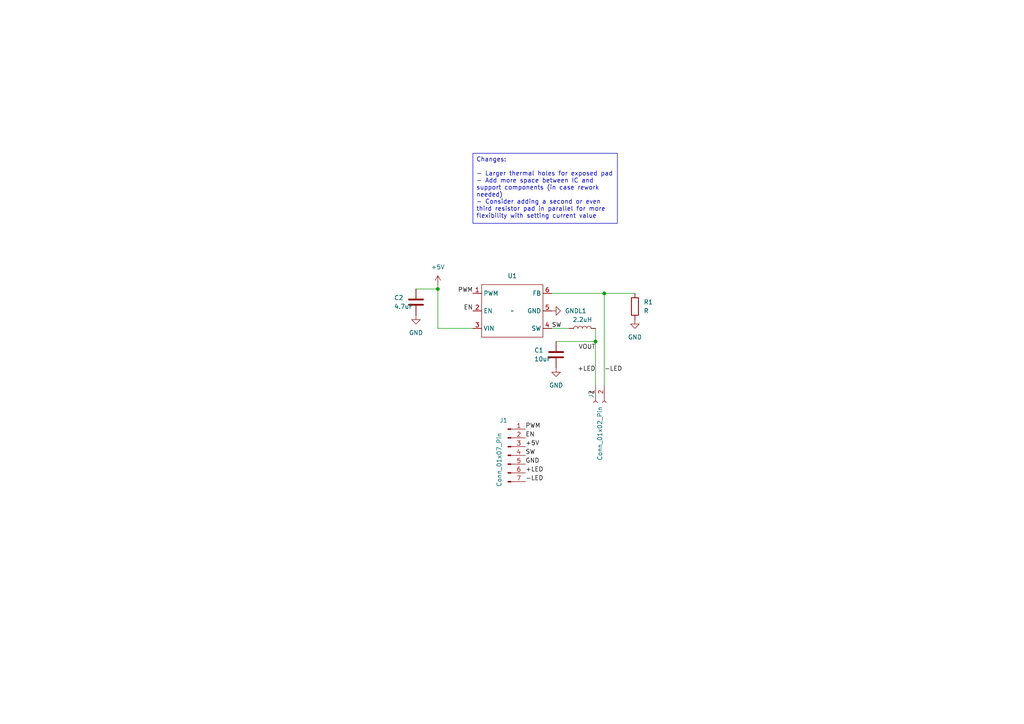
<source format=kicad_sch>
(kicad_sch (version 20230121) (generator eeschema)
  (paper "A4")
  (lib_symbols
    (symbol "Connector:Conn_01x02_Socket" (pin_names (offset 1.016) hide)
      (property "Reference" "J" (at 0 2.54 0))
      (property "Value" "Conn_01x02_Socket" (at 0 -5.08 0))
      (symbol "Conn_01x02_Socket_1_1"
        (arc (start 0 -2.032) (mid -0.5058 -2.54) (end 0 -3.048) (stroke (width 0.1524)))
        (polyline (pts (xy -1.27 -2.54) (xy -0.508 -2.54)) (stroke (width 0.1524)))
        (polyline (pts (xy -1.27 0) (xy -0.508 0)) (stroke (width 0.1524)))
        (arc (start 0 0.508) (mid -0.5058 0) (end 0 -0.508) (stroke (width 0.1524)))
        (pin passive line (at -5.08 0 0) (length 3.81) (name "Pin_1") (number "1"))
        (pin passive line (at -5.08 -2.54 0) (length 3.81) (name "Pin_2") (number "2"))
      )
    )
    (symbol "Connector:Conn_01x07_Pin" (pin_names (offset 1.016) hide)
      (property "Reference" "J" (at 0 10.16 0))
      (property "Value" "Conn_01x07_Pin" (at 0 -10.16 0))
      (symbol "Conn_01x07_Pin_1_1"
        (polyline (pts (xy 1.27 -7.62) (xy 0.8636 -7.62)) (stroke (width 0.1524)))
        (polyline (pts (xy 1.27 -5.08) (xy 0.8636 -5.08)) (stroke (width 0.1524)))
        (polyline (pts (xy 1.27 -2.54) (xy 0.8636 -2.54)) (stroke (width 0.1524)))
        (polyline (pts (xy 1.27 0) (xy 0.8636 0)) (stroke (width 0.1524)))
        (polyline (pts (xy 1.27 2.54) (xy 0.8636 2.54)) (stroke (width 0.1524)))
        (polyline (pts (xy 1.27 5.08) (xy 0.8636 5.08)) (stroke (width 0.1524)))
        (polyline (pts (xy 1.27 7.62) (xy 0.8636 7.62)) (stroke (width 0.1524)))
        (rectangle (start 0.8636 -7.493) (end 0 -7.747) (stroke (width 0.1524)) (fill (type outline)))
        (rectangle (start 0.8636 -4.953) (end 0 -5.207) (stroke (width 0.1524)) (fill (type outline)))
        (rectangle (start 0.8636 -2.413) (end 0 -2.667) (stroke (width 0.1524)) (fill (type outline)))
        (rectangle (start 0.8636 0.127) (end 0 -0.127) (stroke (width 0.1524)) (fill (type outline)))
        (rectangle (start 0.8636 2.667) (end 0 2.413) (stroke (width 0.1524)) (fill (type outline)))
        (rectangle (start 0.8636 5.207) (end 0 4.953) (stroke (width 0.1524)) (fill (type outline)))
        (rectangle (start 0.8636 7.747) (end 0 7.493) (stroke (width 0.1524)) (fill (type outline)))
        (pin passive line (at 5.08 7.62 180) (length 3.81) (name "Pin_1") (number "1"))
        (pin passive line (at 5.08 5.08 180) (length 3.81) (name "Pin_2") (number "2"))
        (pin passive line (at 5.08 2.54 180) (length 3.81) (name "Pin_3") (number "3"))
        (pin passive line (at 5.08 0 180) (length 3.81) (name "Pin_4") (number "4"))
        (pin passive line (at 5.08 -2.54 180) (length 3.81) (name "Pin_5") (number "5"))
        (pin passive line (at 5.08 -5.08 180) (length 3.81) (name "Pin_6") (number "6"))
        (pin passive line (at 5.08 -7.62 180) (length 3.81) (name "Pin_7") (number "7"))
      )
    )
    (symbol "Device:C" (pin_numbers hide) (pin_names (offset 0.254))
      (property "Reference" "C" (at 0.635 2.54 0))
      (property "Value" "C" (at 0.635 -2.54 0))
      (symbol "C_0_1"
        (polyline (pts (xy -2.032 -0.762) (xy 2.032 -0.762)) (stroke (width 0.508)))
        (polyline (pts (xy -2.032 0.762) (xy 2.032 0.762)) (stroke (width 0.508)))
      )
      (symbol "C_1_1"
        (pin passive line (at 0 3.81 270) (length 2.794) (name "~") (number "1"))
        (pin passive line (at 0 -3.81 90) (length 2.794) (name "~") (number "2"))
      )
    )
    (symbol "Device:L" (pin_numbers hide) (pin_names (offset 1.016) hide)
      (property "Reference" "L" (at -1.27 0 90))
      (property "Value" "L" (at 1.905 0 90))
      (symbol "L_0_1"
        (arc (start 0 -2.54) (mid 0.6323 -1.905) (end 0 -1.27))
        (arc (start 0 -1.27) (mid 0.6323 -0.635) (end 0 0))
        (arc (start 0 0) (mid 0.6323 0.635) (end 0 1.27))
        (arc (start 0 1.27) (mid 0.6323 1.905) (end 0 2.54))
      )
      (symbol "L_1_1"
        (pin passive line (at 0 3.81 270) (length 1.27) (name "1") (number "1"))
        (pin passive line (at 0 -3.81 90) (length 1.27) (name "2") (number "2"))
      )
    )
    (symbol "Device:R" (pin_numbers hide) (pin_names (offset 0))
      (property "Reference" "R" (at 2.032 0 90))
      (property "Value" "R" (at 0 0 90))
      (symbol "R_0_1"
        (rectangle (start -1.016 -2.54) (end 1.016 2.54) (stroke (width 0.254)))
      )
      (symbol "R_1_1"
        (pin passive line (at 0 3.81 270) (length 1.27) (name "~") (number "1"))
        (pin passive line (at 0 -3.81 90) (length 1.27) (name "~") (number "2"))
      )
    )
    (symbol "Minor_Industries:TPS92201"
      (property "Reference" "U" (at 0 0 0))
      (symbol "TPS92201_0_1"
        (rectangle (start -8.89 7.62) (end 8.89 -7.62))
      )
      (symbol "TPS92201_1_1"
        (pin input line (at -11.43 5.08 0) (length 2.54) (name "PWM") (number "1"))
        (pin input line (at -11.43 0 0) (length 2.54) (name "EN") (number "2"))
        (pin power_in line (at -11.43 -5.08 0) (length 2.54) (name "VIN") (number "3"))
        (pin input line (at 11.43 -5.08 180) (length 2.54) (name "SW") (number "4"))
        (pin power_in line (at 11.43 0 180) (length 2.54) (name "GND") (number "5"))
        (pin power_out line (at 11.43 5.08 180) (length 2.54) (name "FB") (number "6"))
      )
    )
    (symbol "power:+5V" (power) (pin_names (offset 0))
      (property "Value" "+5V" (at 0 3.556 0))
      (symbol "+5V_0_1"
        (polyline (pts (xy -0.762 1.27) (xy 0 2.54)))
        (polyline (pts (xy 0 0) (xy 0 2.54)))
        (polyline (pts (xy 0 2.54) (xy 0.762 1.27)))
      )
      (symbol "+5V_1_1"
        (pin power_in line (at 0 0 90) (length 0) hide (name "+5V") (number "1"))
      )
    )
    (symbol "power:GND" (power) (pin_names (offset 0))
      (property "Value" "GND" (at 0 -3.81 0))
      (symbol "GND_0_1"
        (polyline (pts (xy 0 0) (xy 0 -1.27) (xy 1.27 -1.27) (xy 0 -2.54) (xy -1.27 -1.27) (xy 0 -1.27)))
      )
      (symbol "GND_1_1"
        (pin power_in line (at 0 0 270) (length 0) hide (name "GND") (number "1"))
      )
    )
  )
  (junction (at 175.26 85.09))
  (junction (at 127 83.82))
  (junction (at 172.72 99.06))
  (wire (pts (xy 161.29 99.06) (xy 172.72 99.06)))
  (wire (pts (xy 120.65 83.82) (xy 127 83.82)))
  (wire (pts (xy 160.02 95.25) (xy 165.1 95.25)))
  (wire (pts (xy 175.26 85.09) (xy 184.15 85.09)))
  (wire (pts (xy 127 82.55) (xy 127 83.82)))
  (wire (pts (xy 160.02 85.09) (xy 175.26 85.09)))
  (wire (pts (xy 172.72 95.25) (xy 172.72 99.06)))
  (wire (pts (xy 127 95.25) (xy 137.16 95.25)))
  (wire (pts (xy 172.72 99.06) (xy 172.72 111.76)))
  (wire (pts (xy 175.26 85.09) (xy 175.26 111.76)))
  (wire (pts (xy 127 83.82) (xy 127 95.25)))
  (text_box "Changes:\n\n- Larger thermal holes for exposed pad\n- Add more space between IC and support components (in case rework needed)\n- Consider adding a second or even third resistor pad in parallel for more flexibility with setting current value" (at 137.16 44.45 0) (size 41.91 20.32) (effects (font (size 1.27 1.27)) (justify left top)))
  (label "SW" (at 160.02 95.25 0))
  (label "+5V" (at 152.4 129.54 0))
  (label "EN" (at 137.16 90.17 180))
  (label "PWM" (at 137.16 85.09 180))
  (label "SW" (at 152.4 132.08 0))
  (label "+LED" (at 172.72 107.95 180))
  (label "-LED" (at 175.26 107.95 0))
  (label "PWM" (at 152.4 124.46 0))
  (label "VOUT" (at 172.72 101.6 180))
  (label "GND" (at 152.4 134.62 0))
  (label "+LED" (at 152.4 137.16 0))
  (label "-LED" (at 152.4 139.7 0))
  (label "EN" (at 152.4 127 0))
  (symbol (lib_id "Device:R") (at 184.15 88.9 0) (unit 1)
    (property "Reference" "R1" (at 186.69 87.63 0) (effects (justify left)))
    (property "Value" "R" (at 186.69 90.17 0) (effects (justify left)))
    (property "Footprint" "Resistor_SMD:R_0805_2012Metric" (effects hide))
  )
  (symbol (lib_id "power:GND") (at 184.15 92.71 0) (unit 1)
    (property "Reference" "#PWR03" (effects hide))
    (property "Value" "GND" (at 184.15 97.79 0))
  )
  (symbol (lib_id "power:GND") (at 161.29 106.68 0) (unit 1)
    (property "Reference" "#PWR04" (effects hide))
    (property "Value" "GND" (at 161.29 111.76 0))
  )
  (symbol (lib_id "Device:C") (at 161.29 102.87 180) (unit 1)
    (property "Reference" "C1" (at 154.94 101.6 0) (effects (justify right)))
    (property "Value" "10uF" (at 154.94 104.14 0) (effects (justify right)))
    (property "Footprint" "Capacitor_SMD:C_0805_2012Metric" (effects hide))
  )
  (symbol (lib_id "Minor_Industries:TPS92201") (at 148.59 90.17 0) (unit 1)
    (property "Reference" "U1" (at 148.59 80.01 0))
    (property "Value" "~" (at 148.59 90.17 0))
    (property "Footprint" "Package_SON:WSON-6-1EP_2x2mm_P0.65mm_EP1x1.6mm_ThermalVias" (effects hide))
  )
  (symbol (lib_id "power:GND") (at 160.02 90.17 90) (unit 1)
    (property "Reference" "#PWR02" (effects hide))
    (property "Value" "GND" (at 163.83 90.17 90) (effects (justify right)))
  )
  (symbol (lib_id "Connector:Conn_01x02_Socket") (at 172.72 116.84 90) (mirror x) (unit 1)
    (property "Reference" "J2" (at 171.45 114.3 0))
    (property "Value" "Conn_01x02_Pin" (at 173.99 125.73 0))
    (property "Footprint" "TerminalBlock_4Ucon:TerminalBlock_4Ucon_1x02_P3.50mm_Horizontal" (effects hide))
  )
  (symbol (lib_id "power:+5V") (at 127 82.55 0) (unit 1)
    (property "Reference" "#PWR01" (effects hide))
    (property "Value" "+5V" (at 127 77.47 0))
  )
  (symbol (lib_id "Device:L") (at 168.91 95.25 90) (unit 1)
    (property "Reference" "L1" (at 168.91 90.17 90))
    (property "Value" "2.2uH" (at 168.91 92.71 90))
    (property "Footprint" "Minor_Industries:Induct_1" (effects hide))
  )
  (symbol (lib_id "Connector:Conn_01x07_Pin") (at 147.32 132.08 0) (unit 1)
    (property "Reference" "J1" (at 146.05 121.92 0))
    (property "Value" "Conn_01x07_Pin" (at 144.78 133.35 90))
    (property "Footprint" "Connector_PinHeader_2.54mm:PinHeader_1x07_P2.54mm_Vertical" (effects hide))
  )
  (symbol (lib_id "Device:C") (at 120.65 87.63 180) (unit 1)
    (property "Reference" "C2" (at 114.3 86.36 0) (effects (justify right)))
    (property "Value" "4.7uF" (at 114.3 88.9 0) (effects (justify right)))
    (property "Footprint" "Capacitor_SMD:C_0805_2012Metric" (effects hide))
  )
  (symbol (lib_id "power:GND") (at 120.65 91.44 0) (unit 1)
    (property "Reference" "#PWR05" (effects hide))
    (property "Value" "GND" (at 120.65 96.52 0))
  )
)
</source>
